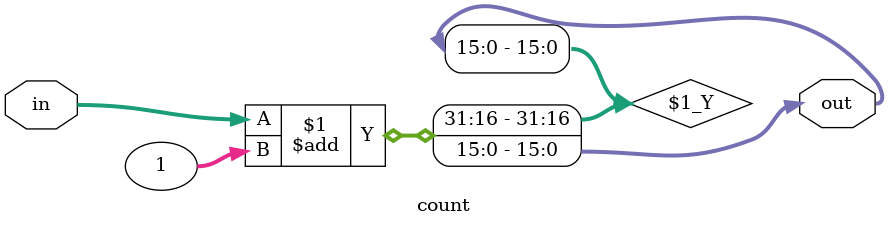
<source format=v>
`ifndef __COUNT_V
`define __COUNT_V


module count #(parameter N = 16) (in, out);
	input [N-1:0] in;
	output [N-1:0] out;
	assign out= in +1;
endmodule  


`endif // __COUNT_V

</source>
